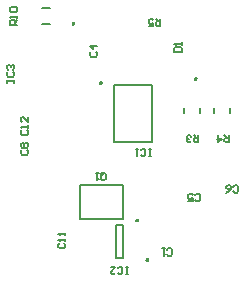
<source format=gto>
G04*
G04 #@! TF.GenerationSoftware,Altium Limited,Altium Designer,24.2.2 (26)*
G04*
G04 Layer_Color=65535*
%FSLAX25Y25*%
%MOIN*%
G70*
G04*
G04 #@! TF.SameCoordinates,6727E026-D54A-49E6-9AE1-AA62B6963756*
G04*
G04*
G04 #@! TF.FilePolarity,Positive*
G04*
G01*
G75*
%ADD10C,0.01181*%
%ADD11C,0.00787*%
D10*
X20874Y11559D02*
G03*
X20874Y11559I-121J0D01*
G01*
X-10728Y10236D02*
G03*
X-10728Y10236I-197J0D01*
G01*
X1419Y-35630D02*
G03*
X1419Y-35630I-139J0D01*
G01*
X4765Y-48819D02*
G03*
X4765Y-48819I-139J0D01*
G01*
X-19882Y29921D02*
G03*
X-19882Y29921I-98J0D01*
G01*
D11*
X-6299Y9646D02*
X6299D01*
Y-9646D02*
Y9646D01*
X-6299Y-9646D02*
X6299D01*
X-6299D02*
Y9646D01*
X26843Y114D02*
Y1886D01*
X32157Y114D02*
Y1886D01*
X16843Y114D02*
Y1886D01*
X22157Y114D02*
Y1886D01*
X-17783Y-35268D02*
X-3217D01*
X-17783D02*
Y-23732D01*
X-3217D01*
Y-35268D02*
Y-23732D01*
X-30280Y35256D02*
X-27720D01*
X-30280Y29744D02*
X-27720D01*
X-3319Y-48310D02*
Y-37090D01*
X-5681D02*
X-3319D01*
X-5681Y-48310D02*
Y-37090D01*
Y-48310D02*
X-3319D01*
X6058Y-14181D02*
X5271D01*
X5665D01*
Y-11819D01*
X6058D01*
X5271D01*
X2516Y-13787D02*
X2910Y-14181D01*
X3697D01*
X4090Y-13787D01*
Y-12213D01*
X3697Y-11819D01*
X2910D01*
X2516Y-12213D01*
X1729Y-11819D02*
X942D01*
X1335D01*
Y-14181D01*
X1729Y-13787D01*
X-38583Y29528D02*
X-40944D01*
Y30709D01*
X-40551Y31103D01*
X-39764D01*
X-39370Y30709D01*
Y29528D01*
Y30316D02*
X-38583Y31103D01*
Y31890D02*
Y32677D01*
Y32283D01*
X-40944D01*
X-40551Y31890D01*
Y33858D02*
X-40944Y34251D01*
Y35039D01*
X-40551Y35432D01*
X-38977D01*
X-38583Y35039D01*
Y34251D01*
X-38977Y33858D01*
X-40551D01*
X9068Y31481D02*
Y29119D01*
X7887D01*
X7494Y29513D01*
Y30300D01*
X7887Y30694D01*
X9068D01*
X8281D02*
X7494Y31481D01*
X5132Y29119D02*
X6706D01*
Y30300D01*
X5919Y29906D01*
X5526D01*
X5132Y30300D01*
Y31087D01*
X5526Y31481D01*
X6313D01*
X6706Y31087D01*
X31988Y-7284D02*
Y-9645D01*
X30807D01*
X30413Y-9252D01*
Y-8465D01*
X30807Y-8071D01*
X31988D01*
X31200D02*
X30413Y-7284D01*
X28445D02*
Y-9645D01*
X29626Y-8465D01*
X28052D01*
X21751Y-7284D02*
Y-9645D01*
X20571D01*
X20177Y-9252D01*
Y-8465D01*
X20571Y-8071D01*
X21751D01*
X20964D02*
X20177Y-7284D01*
X19390Y-9252D02*
X18996Y-9645D01*
X18209D01*
X17816Y-9252D01*
Y-8858D01*
X18209Y-8465D01*
X18603D01*
X18209D01*
X17816Y-8071D01*
Y-7677D01*
X18209Y-7284D01*
X18996D01*
X19390Y-7677D01*
X-10728Y-20177D02*
Y-21752D01*
X-10335Y-22145D01*
X-9548D01*
X-9154Y-21752D01*
Y-20177D01*
X-9548Y-19784D01*
X-10335D01*
X-9941Y-20571D02*
X-10728Y-19784D01*
X-10335D02*
X-10728Y-20177D01*
X-11516Y-19784D02*
X-12303D01*
X-11909D01*
Y-22145D01*
X-11516Y-21752D01*
X-42027Y10336D02*
Y11123D01*
Y10729D01*
X-39666D01*
Y10336D01*
Y11123D01*
X-41634Y13878D02*
X-42027Y13484D01*
Y12697D01*
X-41634Y12303D01*
X-40059D01*
X-39666Y12697D01*
Y13484D01*
X-40059Y13878D01*
X-41634Y14665D02*
X-42027Y15058D01*
Y15846D01*
X-41634Y16239D01*
X-41240D01*
X-40846Y15846D01*
Y15452D01*
Y15846D01*
X-40453Y16239D01*
X-40059D01*
X-39666Y15846D01*
Y15058D01*
X-40059Y14665D01*
X-1576Y-53507D02*
X-2363D01*
X-1969D01*
Y-51145D01*
X-1576D01*
X-2363D01*
X-5118Y-53113D02*
X-4724Y-53507D01*
X-3937D01*
X-3544Y-53113D01*
Y-51539D01*
X-3937Y-51145D01*
X-4724D01*
X-5118Y-51539D01*
X-7479Y-51145D02*
X-5905D01*
X-7479Y-52720D01*
Y-53113D01*
X-7086Y-53507D01*
X-6299D01*
X-5905Y-53113D01*
X13780Y20571D02*
X16141D01*
Y21752D01*
X15748Y22146D01*
X14174D01*
X13780Y21752D01*
Y20571D01*
X16141Y22933D02*
Y23720D01*
Y23326D01*
X13780D01*
X14174Y22933D01*
X-37106Y-5511D02*
X-37500Y-5905D01*
Y-6692D01*
X-37106Y-7086D01*
X-35532D01*
X-35138Y-6692D01*
Y-5905D01*
X-35532Y-5511D01*
X-35138Y-4724D02*
Y-3937D01*
Y-4331D01*
X-37500D01*
X-37106Y-4724D01*
X-35138Y-1182D02*
Y-2756D01*
X-36713Y-1182D01*
X-37106D01*
X-37500Y-1576D01*
Y-2363D01*
X-37106Y-2756D01*
X-24508Y-43267D02*
X-24901Y-43661D01*
Y-44448D01*
X-24508Y-44842D01*
X-22933D01*
X-22540Y-44448D01*
Y-43661D01*
X-22933Y-43267D01*
X-22540Y-42480D02*
Y-41693D01*
Y-42087D01*
X-24901D01*
X-24508Y-42480D01*
X-22540Y-40512D02*
Y-39725D01*
Y-40119D01*
X-24901D01*
X-24508Y-40512D01*
X-37106Y-12106D02*
X-37500Y-12500D01*
Y-13287D01*
X-37106Y-13680D01*
X-35532D01*
X-35138Y-13287D01*
Y-12500D01*
X-35532Y-12106D01*
X-37106Y-11319D02*
X-37500Y-10925D01*
Y-10138D01*
X-37106Y-9745D01*
X-36713D01*
X-36319Y-10138D01*
X-35925Y-9745D01*
X-35532D01*
X-35138Y-10138D01*
Y-10925D01*
X-35532Y-11319D01*
X-35925D01*
X-36319Y-10925D01*
X-36713Y-11319D01*
X-37106D01*
X-36319Y-10925D02*
Y-10138D01*
X33454Y-25947D02*
X33847Y-26340D01*
X34635D01*
X35028Y-25947D01*
Y-24372D01*
X34635Y-23979D01*
X33847D01*
X33454Y-24372D01*
X31092Y-26340D02*
X31879Y-25947D01*
X32667Y-25159D01*
Y-24372D01*
X32273Y-23979D01*
X31486D01*
X31092Y-24372D01*
Y-24766D01*
X31486Y-25159D01*
X32667D01*
X20694Y-28787D02*
X21087Y-29181D01*
X21874D01*
X22268Y-28787D01*
Y-27213D01*
X21874Y-26819D01*
X21087D01*
X20694Y-27213D01*
X18332Y-29181D02*
X19906D01*
Y-28000D01*
X19119Y-28394D01*
X18726D01*
X18332Y-28000D01*
Y-27213D01*
X18726Y-26819D01*
X19513D01*
X19906Y-27213D01*
X-14074Y20571D02*
X-14468Y20177D01*
Y19390D01*
X-14074Y18997D01*
X-12500D01*
X-12107Y19390D01*
Y20177D01*
X-12500Y20571D01*
X-12107Y22539D02*
X-14468D01*
X-13287Y21358D01*
Y22932D01*
X11354Y-46933D02*
X11748Y-47326D01*
X12535D01*
X12929Y-46933D01*
Y-45358D01*
X12535Y-44965D01*
X11748D01*
X11354Y-45358D01*
X10567Y-44965D02*
X9780D01*
X10174D01*
Y-47326D01*
X10567Y-46933D01*
M02*

</source>
